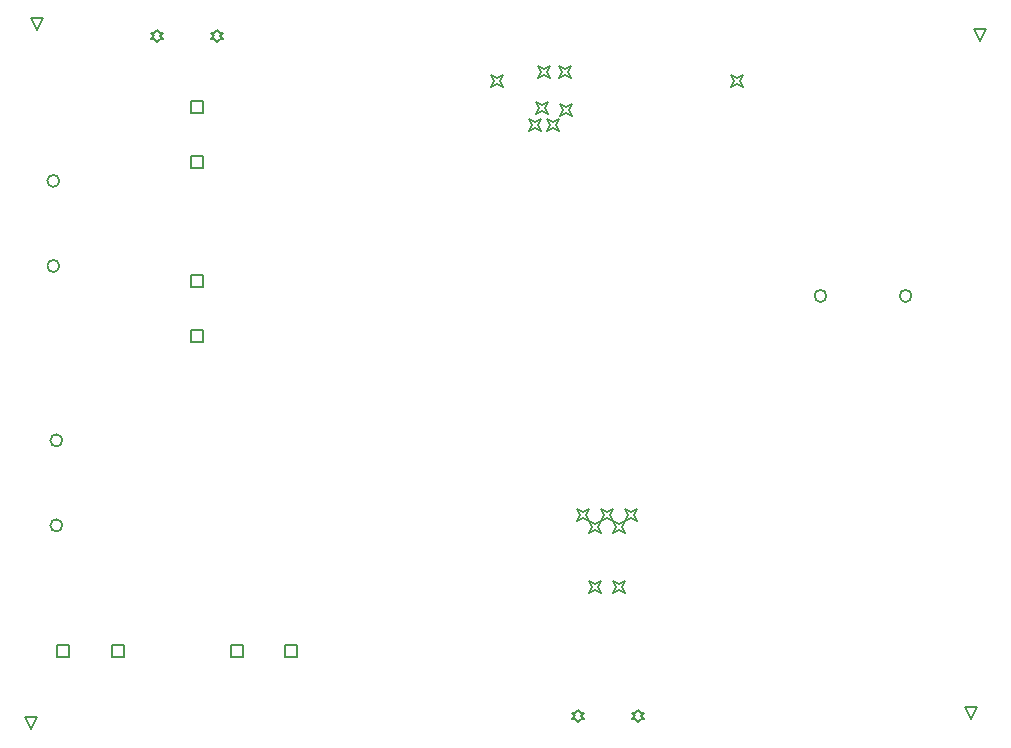
<source format=gbr>
%TF.GenerationSoftware,Altium Limited,Altium Designer,19.1.8 (144)*%
G04 Layer_Color=2752767*
%FSLAX26Y26*%
%MOIN*%
%TF.FileFunction,Drawing*%
%TF.Part,Single*%
G01*
G75*
%TA.AperFunction,NonConductor*%
%ADD72C,0.005000*%
%ADD73C,0.006667*%
D72*
X675000Y1977638D02*
Y2017638D01*
X715000D01*
Y1977638D01*
X675000D01*
X675197Y2158740D02*
Y2198740D01*
X715197D01*
Y2158740D01*
X675197D01*
X675000Y1580000D02*
Y1620000D01*
X715000D01*
Y1580000D01*
X675000D01*
X675197Y1396929D02*
Y1436929D01*
X715197D01*
Y1396929D01*
X675197D01*
X807638Y345000D02*
Y385000D01*
X847638D01*
Y345000D01*
X807638D01*
X988740Y344803D02*
Y384803D01*
X1028740D01*
Y344803D01*
X988740D01*
X410000Y345000D02*
Y385000D01*
X450000D01*
Y345000D01*
X410000D01*
X226929Y344803D02*
Y384803D01*
X266929D01*
Y344803D01*
X226929D01*
X3305000Y2400000D02*
X3285000Y2440000D01*
X3325000D01*
X3305000Y2400000D01*
X3275000Y140000D02*
X3255000Y180000D01*
X3295000D01*
X3275000Y140000D01*
X140000Y105000D02*
X120000Y145000D01*
X160000D01*
X140000Y105000D01*
X160000Y2435000D02*
X140000Y2475000D01*
X180000D01*
X160000Y2435000D01*
X1965000Y130000D02*
X1975000Y140000D01*
X1985000D01*
X1975000Y150000D01*
X1985000Y160000D01*
X1975000D01*
X1965000Y170000D01*
X1955000Y160000D01*
X1945000D01*
X1955000Y150000D01*
X1945000Y140000D01*
X1955000D01*
X1965000Y130000D01*
X2165000D02*
X2175000Y140000D01*
X2185000D01*
X2175000Y150000D01*
X2185000Y160000D01*
X2175000D01*
X2165000Y170000D01*
X2155000Y160000D01*
X2145000D01*
X2155000Y150000D01*
X2145000Y140000D01*
X2155000D01*
X2165000Y130000D01*
X760000Y2395000D02*
X770000Y2405000D01*
X780000D01*
X770000Y2415000D01*
X780000Y2425000D01*
X770000D01*
X760000Y2435000D01*
X750000Y2425000D01*
X740000D01*
X750000Y2415000D01*
X740000Y2405000D01*
X750000D01*
X760000Y2395000D01*
X560000D02*
X570000Y2405000D01*
X580000D01*
X570000Y2415000D01*
X580000Y2425000D01*
X570000D01*
X560000Y2435000D01*
X550000Y2425000D01*
X540000D01*
X550000Y2415000D01*
X540000Y2405000D01*
X550000D01*
X560000Y2395000D01*
X1800000Y2100000D02*
X1810000Y2120000D01*
X1800000Y2140000D01*
X1820000Y2130000D01*
X1840000Y2140000D01*
X1830000Y2120000D01*
X1840000Y2100000D01*
X1820000Y2110000D01*
X1800000Y2100000D01*
X1860000D02*
X1870000Y2120000D01*
X1860000Y2140000D01*
X1880000Y2130000D01*
X1900000Y2140000D01*
X1890000Y2120000D01*
X1900000Y2100000D01*
X1880000Y2110000D01*
X1860000Y2100000D01*
X2120000Y800000D02*
X2130000Y820000D01*
X2120000Y840000D01*
X2140000Y830000D01*
X2160000Y840000D01*
X2150000Y820000D01*
X2160000Y800000D01*
X2140000Y810000D01*
X2120000Y800000D01*
X2040000D02*
X2050000Y820000D01*
X2040000Y840000D01*
X2060000Y830000D01*
X2080000Y840000D01*
X2070000Y820000D01*
X2080000Y800000D01*
X2060000Y810000D01*
X2040000Y800000D01*
X1960000D02*
X1970000Y820000D01*
X1960000Y840000D01*
X1980000Y830000D01*
X2000000Y840000D01*
X1990000Y820000D01*
X2000000Y800000D01*
X1980000Y810000D01*
X1960000Y800000D01*
X2080000Y760000D02*
X2090000Y780000D01*
X2080000Y800000D01*
X2100000Y790000D01*
X2120000Y800000D01*
X2110000Y780000D01*
X2120000Y760000D01*
X2100000Y770000D01*
X2080000Y760000D01*
X2000000D02*
X2010000Y780000D01*
X2000000Y800000D01*
X2020000Y790000D01*
X2040000Y800000D01*
X2030000Y780000D01*
X2040000Y760000D01*
X2020000Y770000D01*
X2000000Y760000D01*
X2080000Y560000D02*
X2090000Y580000D01*
X2080000Y600000D01*
X2100000Y590000D01*
X2120000Y600000D01*
X2110000Y580000D01*
X2120000Y560000D01*
X2100000Y570000D01*
X2080000Y560000D01*
X2000000D02*
X2010000Y580000D01*
X2000000Y600000D01*
X2020000Y590000D01*
X2040000Y600000D01*
X2030000Y580000D01*
X2040000Y560000D01*
X2020000Y570000D01*
X2000000Y560000D01*
X1905000Y2150000D02*
X1915000Y2170000D01*
X1905000Y2190000D01*
X1925000Y2180000D01*
X1945000Y2190000D01*
X1935000Y2170000D01*
X1945000Y2150000D01*
X1925000Y2160000D01*
X1905000Y2150000D01*
X1825000Y2155000D02*
X1835000Y2175000D01*
X1825000Y2195000D01*
X1845000Y2185000D01*
X1865000Y2195000D01*
X1855000Y2175000D01*
X1865000Y2155000D01*
X1845000Y2165000D01*
X1825000Y2155000D01*
X1900000Y2275000D02*
X1910000Y2295000D01*
X1900000Y2315000D01*
X1920000Y2305000D01*
X1940000Y2315000D01*
X1930000Y2295000D01*
X1940000Y2275000D01*
X1920000Y2285000D01*
X1900000Y2275000D01*
X1830000D02*
X1840000Y2295000D01*
X1830000Y2315000D01*
X1850000Y2305000D01*
X1870000Y2315000D01*
X1860000Y2295000D01*
X1870000Y2275000D01*
X1850000Y2285000D01*
X1830000Y2275000D01*
X1675000Y2245000D02*
X1685000Y2265000D01*
X1675000Y2285000D01*
X1695000Y2275000D01*
X1715000Y2285000D01*
X1705000Y2265000D01*
X1715000Y2245000D01*
X1695000Y2255000D01*
X1675000Y2245000D01*
X2475000D02*
X2485000Y2265000D01*
X2475000Y2285000D01*
X2495000Y2275000D01*
X2515000Y2285000D01*
X2505000Y2265000D01*
X2515000Y2245000D01*
X2495000Y2255000D01*
X2475000Y2245000D01*
D73*
X245000Y1068465D02*
G03*
X245000Y1068465I-20000J0D01*
G01*
Y785000D02*
G03*
X245000Y785000I-20000J0D01*
G01*
X235000Y1933465D02*
G03*
X235000Y1933465I-20000J0D01*
G01*
Y1650000D02*
G03*
X235000Y1650000I-20000J0D01*
G01*
X3075630Y1550000D02*
G03*
X3075630Y1550000I-20000J0D01*
G01*
X2792165D02*
G03*
X2792165Y1550000I-20000J0D01*
G01*
%TF.MD5,84983ce12bdf8403c65610c0e6bd3ef4*%
M02*

</source>
